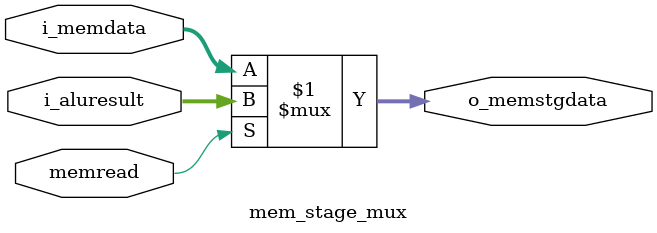
<source format=v>
module mem_stage_mux    #(
    parameter       NBITS       =   32
    )
    (
    //Entradas
    input   wire    [NBITS-1:0]     i_aluresult ,
    input   wire    [NBITS-1:0]     i_memdata   ,
    input   wire                    memread     ,
    //Outputs
    output  wire    [NBITS-1:0]     o_memstgdata
    );
    
    assign  o_memstgdata    =   (memread) ? i_aluresult : i_memdata ;
    
endmodule

</source>
